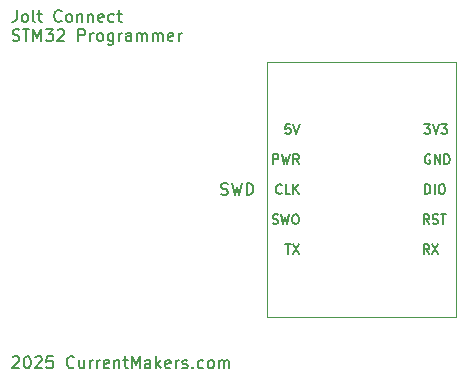
<source format=gto>
%TF.GenerationSoftware,KiCad,Pcbnew,9.0.4+dfsg-1*%
%TF.CreationDate,2025-10-02T08:58:53+08:00*%
%TF.ProjectId,cover,636f7665-722e-46b6-9963-61645f706362,b*%
%TF.SameCoordinates,Original*%
%TF.FileFunction,Legend,Top*%
%TF.FilePolarity,Positive*%
%FSLAX45Y45*%
G04 Gerber Fmt 4.5, Leading zero omitted, Abs format (unit mm)*
G04 Created by KiCad (PCBNEW 9.0.4+dfsg-1) date 2025-10-02 08:58:53*
%MOMM*%
%LPD*%
G01*
G04 APERTURE LIST*
%ADD10C,0.120000*%
%ADD11C,0.150000*%
G04 APERTURE END LIST*
D10*
X12979400Y-9969500D02*
X14224000Y-9969500D01*
X14224000Y-7810500D02*
X14579600Y-7810500D01*
X12979400Y-7810500D02*
X14224000Y-7810500D01*
X14579600Y-9969500D02*
X14224000Y-9969500D01*
X12979400Y-7810500D02*
X12979400Y-9969500D01*
X14579600Y-7810500D02*
X14579600Y-9969500D01*
D11*
X10857249Y-7369982D02*
X10857249Y-7441410D01*
X10857249Y-7441410D02*
X10852487Y-7455696D01*
X10852487Y-7455696D02*
X10842964Y-7465220D01*
X10842964Y-7465220D02*
X10828678Y-7469982D01*
X10828678Y-7469982D02*
X10819154Y-7469982D01*
X10919154Y-7469982D02*
X10909630Y-7465220D01*
X10909630Y-7465220D02*
X10904868Y-7460458D01*
X10904868Y-7460458D02*
X10900107Y-7450934D01*
X10900107Y-7450934D02*
X10900107Y-7422363D01*
X10900107Y-7422363D02*
X10904868Y-7412839D01*
X10904868Y-7412839D02*
X10909630Y-7408077D01*
X10909630Y-7408077D02*
X10919154Y-7403315D01*
X10919154Y-7403315D02*
X10933440Y-7403315D01*
X10933440Y-7403315D02*
X10942964Y-7408077D01*
X10942964Y-7408077D02*
X10947726Y-7412839D01*
X10947726Y-7412839D02*
X10952487Y-7422363D01*
X10952487Y-7422363D02*
X10952487Y-7450934D01*
X10952487Y-7450934D02*
X10947726Y-7460458D01*
X10947726Y-7460458D02*
X10942964Y-7465220D01*
X10942964Y-7465220D02*
X10933440Y-7469982D01*
X10933440Y-7469982D02*
X10919154Y-7469982D01*
X11009630Y-7469982D02*
X11000107Y-7465220D01*
X11000107Y-7465220D02*
X10995345Y-7455696D01*
X10995345Y-7455696D02*
X10995345Y-7369982D01*
X11033440Y-7403315D02*
X11071535Y-7403315D01*
X11047726Y-7369982D02*
X11047726Y-7455696D01*
X11047726Y-7455696D02*
X11052488Y-7465220D01*
X11052488Y-7465220D02*
X11062011Y-7469982D01*
X11062011Y-7469982D02*
X11071535Y-7469982D01*
X11238202Y-7460458D02*
X11233440Y-7465220D01*
X11233440Y-7465220D02*
X11219154Y-7469982D01*
X11219154Y-7469982D02*
X11209630Y-7469982D01*
X11209630Y-7469982D02*
X11195345Y-7465220D01*
X11195345Y-7465220D02*
X11185821Y-7455696D01*
X11185821Y-7455696D02*
X11181059Y-7446172D01*
X11181059Y-7446172D02*
X11176297Y-7427125D01*
X11176297Y-7427125D02*
X11176297Y-7412839D01*
X11176297Y-7412839D02*
X11181059Y-7393791D01*
X11181059Y-7393791D02*
X11185821Y-7384268D01*
X11185821Y-7384268D02*
X11195345Y-7374744D01*
X11195345Y-7374744D02*
X11209630Y-7369982D01*
X11209630Y-7369982D02*
X11219154Y-7369982D01*
X11219154Y-7369982D02*
X11233440Y-7374744D01*
X11233440Y-7374744D02*
X11238202Y-7379506D01*
X11295345Y-7469982D02*
X11285821Y-7465220D01*
X11285821Y-7465220D02*
X11281059Y-7460458D01*
X11281059Y-7460458D02*
X11276297Y-7450934D01*
X11276297Y-7450934D02*
X11276297Y-7422363D01*
X11276297Y-7422363D02*
X11281059Y-7412839D01*
X11281059Y-7412839D02*
X11285821Y-7408077D01*
X11285821Y-7408077D02*
X11295345Y-7403315D01*
X11295345Y-7403315D02*
X11309630Y-7403315D01*
X11309630Y-7403315D02*
X11319154Y-7408077D01*
X11319154Y-7408077D02*
X11323916Y-7412839D01*
X11323916Y-7412839D02*
X11328678Y-7422363D01*
X11328678Y-7422363D02*
X11328678Y-7450934D01*
X11328678Y-7450934D02*
X11323916Y-7460458D01*
X11323916Y-7460458D02*
X11319154Y-7465220D01*
X11319154Y-7465220D02*
X11309630Y-7469982D01*
X11309630Y-7469982D02*
X11295345Y-7469982D01*
X11371535Y-7403315D02*
X11371535Y-7469982D01*
X11371535Y-7412839D02*
X11376297Y-7408077D01*
X11376297Y-7408077D02*
X11385821Y-7403315D01*
X11385821Y-7403315D02*
X11400107Y-7403315D01*
X11400107Y-7403315D02*
X11409630Y-7408077D01*
X11409630Y-7408077D02*
X11414392Y-7417601D01*
X11414392Y-7417601D02*
X11414392Y-7469982D01*
X11462011Y-7403315D02*
X11462011Y-7469982D01*
X11462011Y-7412839D02*
X11466773Y-7408077D01*
X11466773Y-7408077D02*
X11476297Y-7403315D01*
X11476297Y-7403315D02*
X11490583Y-7403315D01*
X11490583Y-7403315D02*
X11500107Y-7408077D01*
X11500107Y-7408077D02*
X11504868Y-7417601D01*
X11504868Y-7417601D02*
X11504868Y-7469982D01*
X11590583Y-7465220D02*
X11581059Y-7469982D01*
X11581059Y-7469982D02*
X11562011Y-7469982D01*
X11562011Y-7469982D02*
X11552488Y-7465220D01*
X11552488Y-7465220D02*
X11547726Y-7455696D01*
X11547726Y-7455696D02*
X11547726Y-7417601D01*
X11547726Y-7417601D02*
X11552488Y-7408077D01*
X11552488Y-7408077D02*
X11562011Y-7403315D01*
X11562011Y-7403315D02*
X11581059Y-7403315D01*
X11581059Y-7403315D02*
X11590583Y-7408077D01*
X11590583Y-7408077D02*
X11595345Y-7417601D01*
X11595345Y-7417601D02*
X11595345Y-7427125D01*
X11595345Y-7427125D02*
X11547726Y-7436648D01*
X11681059Y-7465220D02*
X11671535Y-7469982D01*
X11671535Y-7469982D02*
X11652488Y-7469982D01*
X11652488Y-7469982D02*
X11642964Y-7465220D01*
X11642964Y-7465220D02*
X11638202Y-7460458D01*
X11638202Y-7460458D02*
X11633440Y-7450934D01*
X11633440Y-7450934D02*
X11633440Y-7422363D01*
X11633440Y-7422363D02*
X11638202Y-7412839D01*
X11638202Y-7412839D02*
X11642964Y-7408077D01*
X11642964Y-7408077D02*
X11652488Y-7403315D01*
X11652488Y-7403315D02*
X11671535Y-7403315D01*
X11671535Y-7403315D02*
X11681059Y-7408077D01*
X11709630Y-7403315D02*
X11747726Y-7403315D01*
X11723916Y-7369982D02*
X11723916Y-7455696D01*
X11723916Y-7455696D02*
X11728678Y-7465220D01*
X11728678Y-7465220D02*
X11738202Y-7469982D01*
X11738202Y-7469982D02*
X11747726Y-7469982D01*
X10823916Y-7626214D02*
X10838202Y-7630976D01*
X10838202Y-7630976D02*
X10862011Y-7630976D01*
X10862011Y-7630976D02*
X10871535Y-7626214D01*
X10871535Y-7626214D02*
X10876297Y-7621452D01*
X10876297Y-7621452D02*
X10881059Y-7611929D01*
X10881059Y-7611929D02*
X10881059Y-7602405D01*
X10881059Y-7602405D02*
X10876297Y-7592881D01*
X10876297Y-7592881D02*
X10871535Y-7588119D01*
X10871535Y-7588119D02*
X10862011Y-7583357D01*
X10862011Y-7583357D02*
X10842964Y-7578595D01*
X10842964Y-7578595D02*
X10833440Y-7573833D01*
X10833440Y-7573833D02*
X10828678Y-7569071D01*
X10828678Y-7569071D02*
X10823916Y-7559548D01*
X10823916Y-7559548D02*
X10823916Y-7550024D01*
X10823916Y-7550024D02*
X10828678Y-7540500D01*
X10828678Y-7540500D02*
X10833440Y-7535738D01*
X10833440Y-7535738D02*
X10842964Y-7530976D01*
X10842964Y-7530976D02*
X10866773Y-7530976D01*
X10866773Y-7530976D02*
X10881059Y-7535738D01*
X10909630Y-7530976D02*
X10966773Y-7530976D01*
X10938202Y-7630976D02*
X10938202Y-7530976D01*
X11000107Y-7630976D02*
X11000107Y-7530976D01*
X11000107Y-7530976D02*
X11033440Y-7602405D01*
X11033440Y-7602405D02*
X11066773Y-7530976D01*
X11066773Y-7530976D02*
X11066773Y-7630976D01*
X11104868Y-7530976D02*
X11166773Y-7530976D01*
X11166773Y-7530976D02*
X11133440Y-7569071D01*
X11133440Y-7569071D02*
X11147726Y-7569071D01*
X11147726Y-7569071D02*
X11157249Y-7573833D01*
X11157249Y-7573833D02*
X11162011Y-7578595D01*
X11162011Y-7578595D02*
X11166773Y-7588119D01*
X11166773Y-7588119D02*
X11166773Y-7611929D01*
X11166773Y-7611929D02*
X11162011Y-7621452D01*
X11162011Y-7621452D02*
X11157249Y-7626214D01*
X11157249Y-7626214D02*
X11147726Y-7630976D01*
X11147726Y-7630976D02*
X11119154Y-7630976D01*
X11119154Y-7630976D02*
X11109630Y-7626214D01*
X11109630Y-7626214D02*
X11104868Y-7621452D01*
X11204868Y-7540500D02*
X11209630Y-7535738D01*
X11209630Y-7535738D02*
X11219154Y-7530976D01*
X11219154Y-7530976D02*
X11242964Y-7530976D01*
X11242964Y-7530976D02*
X11252487Y-7535738D01*
X11252487Y-7535738D02*
X11257249Y-7540500D01*
X11257249Y-7540500D02*
X11262011Y-7550024D01*
X11262011Y-7550024D02*
X11262011Y-7559548D01*
X11262011Y-7559548D02*
X11257249Y-7573833D01*
X11257249Y-7573833D02*
X11200106Y-7630976D01*
X11200106Y-7630976D02*
X11262011Y-7630976D01*
X11381059Y-7630976D02*
X11381059Y-7530976D01*
X11381059Y-7530976D02*
X11419154Y-7530976D01*
X11419154Y-7530976D02*
X11428678Y-7535738D01*
X11428678Y-7535738D02*
X11433440Y-7540500D01*
X11433440Y-7540500D02*
X11438202Y-7550024D01*
X11438202Y-7550024D02*
X11438202Y-7564310D01*
X11438202Y-7564310D02*
X11433440Y-7573833D01*
X11433440Y-7573833D02*
X11428678Y-7578595D01*
X11428678Y-7578595D02*
X11419154Y-7583357D01*
X11419154Y-7583357D02*
X11381059Y-7583357D01*
X11481059Y-7630976D02*
X11481059Y-7564310D01*
X11481059Y-7583357D02*
X11485821Y-7573833D01*
X11485821Y-7573833D02*
X11490583Y-7569071D01*
X11490583Y-7569071D02*
X11500106Y-7564310D01*
X11500106Y-7564310D02*
X11509630Y-7564310D01*
X11557249Y-7630976D02*
X11547726Y-7626214D01*
X11547726Y-7626214D02*
X11542964Y-7621452D01*
X11542964Y-7621452D02*
X11538202Y-7611929D01*
X11538202Y-7611929D02*
X11538202Y-7583357D01*
X11538202Y-7583357D02*
X11542964Y-7573833D01*
X11542964Y-7573833D02*
X11547726Y-7569071D01*
X11547726Y-7569071D02*
X11557249Y-7564310D01*
X11557249Y-7564310D02*
X11571535Y-7564310D01*
X11571535Y-7564310D02*
X11581059Y-7569071D01*
X11581059Y-7569071D02*
X11585821Y-7573833D01*
X11585821Y-7573833D02*
X11590583Y-7583357D01*
X11590583Y-7583357D02*
X11590583Y-7611929D01*
X11590583Y-7611929D02*
X11585821Y-7621452D01*
X11585821Y-7621452D02*
X11581059Y-7626214D01*
X11581059Y-7626214D02*
X11571535Y-7630976D01*
X11571535Y-7630976D02*
X11557249Y-7630976D01*
X11676297Y-7564310D02*
X11676297Y-7645262D01*
X11676297Y-7645262D02*
X11671535Y-7654786D01*
X11671535Y-7654786D02*
X11666773Y-7659548D01*
X11666773Y-7659548D02*
X11657249Y-7664310D01*
X11657249Y-7664310D02*
X11642964Y-7664310D01*
X11642964Y-7664310D02*
X11633440Y-7659548D01*
X11676297Y-7626214D02*
X11666773Y-7630976D01*
X11666773Y-7630976D02*
X11647726Y-7630976D01*
X11647726Y-7630976D02*
X11638202Y-7626214D01*
X11638202Y-7626214D02*
X11633440Y-7621452D01*
X11633440Y-7621452D02*
X11628678Y-7611929D01*
X11628678Y-7611929D02*
X11628678Y-7583357D01*
X11628678Y-7583357D02*
X11633440Y-7573833D01*
X11633440Y-7573833D02*
X11638202Y-7569071D01*
X11638202Y-7569071D02*
X11647726Y-7564310D01*
X11647726Y-7564310D02*
X11666773Y-7564310D01*
X11666773Y-7564310D02*
X11676297Y-7569071D01*
X11723916Y-7630976D02*
X11723916Y-7564310D01*
X11723916Y-7583357D02*
X11728678Y-7573833D01*
X11728678Y-7573833D02*
X11733440Y-7569071D01*
X11733440Y-7569071D02*
X11742964Y-7564310D01*
X11742964Y-7564310D02*
X11752487Y-7564310D01*
X11828678Y-7630976D02*
X11828678Y-7578595D01*
X11828678Y-7578595D02*
X11823916Y-7569071D01*
X11823916Y-7569071D02*
X11814392Y-7564310D01*
X11814392Y-7564310D02*
X11795345Y-7564310D01*
X11795345Y-7564310D02*
X11785821Y-7569071D01*
X11828678Y-7626214D02*
X11819154Y-7630976D01*
X11819154Y-7630976D02*
X11795345Y-7630976D01*
X11795345Y-7630976D02*
X11785821Y-7626214D01*
X11785821Y-7626214D02*
X11781059Y-7616690D01*
X11781059Y-7616690D02*
X11781059Y-7607167D01*
X11781059Y-7607167D02*
X11785821Y-7597643D01*
X11785821Y-7597643D02*
X11795345Y-7592881D01*
X11795345Y-7592881D02*
X11819154Y-7592881D01*
X11819154Y-7592881D02*
X11828678Y-7588119D01*
X11876297Y-7630976D02*
X11876297Y-7564310D01*
X11876297Y-7573833D02*
X11881059Y-7569071D01*
X11881059Y-7569071D02*
X11890583Y-7564310D01*
X11890583Y-7564310D02*
X11904868Y-7564310D01*
X11904868Y-7564310D02*
X11914392Y-7569071D01*
X11914392Y-7569071D02*
X11919154Y-7578595D01*
X11919154Y-7578595D02*
X11919154Y-7630976D01*
X11919154Y-7578595D02*
X11923916Y-7569071D01*
X11923916Y-7569071D02*
X11933440Y-7564310D01*
X11933440Y-7564310D02*
X11947726Y-7564310D01*
X11947726Y-7564310D02*
X11957249Y-7569071D01*
X11957249Y-7569071D02*
X11962011Y-7578595D01*
X11962011Y-7578595D02*
X11962011Y-7630976D01*
X12009630Y-7630976D02*
X12009630Y-7564310D01*
X12009630Y-7573833D02*
X12014392Y-7569071D01*
X12014392Y-7569071D02*
X12023916Y-7564310D01*
X12023916Y-7564310D02*
X12038202Y-7564310D01*
X12038202Y-7564310D02*
X12047726Y-7569071D01*
X12047726Y-7569071D02*
X12052487Y-7578595D01*
X12052487Y-7578595D02*
X12052487Y-7630976D01*
X12052487Y-7578595D02*
X12057249Y-7569071D01*
X12057249Y-7569071D02*
X12066773Y-7564310D01*
X12066773Y-7564310D02*
X12081059Y-7564310D01*
X12081059Y-7564310D02*
X12090583Y-7569071D01*
X12090583Y-7569071D02*
X12095345Y-7578595D01*
X12095345Y-7578595D02*
X12095345Y-7630976D01*
X12181059Y-7626214D02*
X12171535Y-7630976D01*
X12171535Y-7630976D02*
X12152487Y-7630976D01*
X12152487Y-7630976D02*
X12142964Y-7626214D01*
X12142964Y-7626214D02*
X12138202Y-7616690D01*
X12138202Y-7616690D02*
X12138202Y-7578595D01*
X12138202Y-7578595D02*
X12142964Y-7569071D01*
X12142964Y-7569071D02*
X12152487Y-7564310D01*
X12152487Y-7564310D02*
X12171535Y-7564310D01*
X12171535Y-7564310D02*
X12181059Y-7569071D01*
X12181059Y-7569071D02*
X12185821Y-7578595D01*
X12185821Y-7578595D02*
X12185821Y-7588119D01*
X12185821Y-7588119D02*
X12138202Y-7597643D01*
X12228678Y-7630976D02*
X12228678Y-7564310D01*
X12228678Y-7583357D02*
X12233440Y-7573833D01*
X12233440Y-7573833D02*
X12238202Y-7569071D01*
X12238202Y-7569071D02*
X12247726Y-7564310D01*
X12247726Y-7564310D02*
X12257249Y-7564310D01*
X13101632Y-8918610D02*
X13097822Y-8922420D01*
X13097822Y-8922420D02*
X13086393Y-8926230D01*
X13086393Y-8926230D02*
X13078774Y-8926230D01*
X13078774Y-8926230D02*
X13067346Y-8922420D01*
X13067346Y-8922420D02*
X13059727Y-8914801D01*
X13059727Y-8914801D02*
X13055917Y-8907182D01*
X13055917Y-8907182D02*
X13052108Y-8891944D01*
X13052108Y-8891944D02*
X13052108Y-8880515D01*
X13052108Y-8880515D02*
X13055917Y-8865277D01*
X13055917Y-8865277D02*
X13059727Y-8857658D01*
X13059727Y-8857658D02*
X13067346Y-8850039D01*
X13067346Y-8850039D02*
X13078774Y-8846230D01*
X13078774Y-8846230D02*
X13086393Y-8846230D01*
X13086393Y-8846230D02*
X13097822Y-8850039D01*
X13097822Y-8850039D02*
X13101632Y-8853849D01*
X13174012Y-8926230D02*
X13135917Y-8926230D01*
X13135917Y-8926230D02*
X13135917Y-8846230D01*
X13200679Y-8926230D02*
X13200679Y-8846230D01*
X13246393Y-8926230D02*
X13212108Y-8880515D01*
X13246393Y-8846230D02*
X13200679Y-8891944D01*
X13025441Y-9176420D02*
X13036870Y-9180230D01*
X13036870Y-9180230D02*
X13055917Y-9180230D01*
X13055917Y-9180230D02*
X13063536Y-9176420D01*
X13063536Y-9176420D02*
X13067346Y-9172610D01*
X13067346Y-9172610D02*
X13071155Y-9164991D01*
X13071155Y-9164991D02*
X13071155Y-9157372D01*
X13071155Y-9157372D02*
X13067346Y-9149753D01*
X13067346Y-9149753D02*
X13063536Y-9145944D01*
X13063536Y-9145944D02*
X13055917Y-9142134D01*
X13055917Y-9142134D02*
X13040679Y-9138325D01*
X13040679Y-9138325D02*
X13033060Y-9134515D01*
X13033060Y-9134515D02*
X13029251Y-9130706D01*
X13029251Y-9130706D02*
X13025441Y-9123087D01*
X13025441Y-9123087D02*
X13025441Y-9115468D01*
X13025441Y-9115468D02*
X13029251Y-9107849D01*
X13029251Y-9107849D02*
X13033060Y-9104039D01*
X13033060Y-9104039D02*
X13040679Y-9100230D01*
X13040679Y-9100230D02*
X13059727Y-9100230D01*
X13059727Y-9100230D02*
X13071155Y-9104039D01*
X13097822Y-9100230D02*
X13116870Y-9180230D01*
X13116870Y-9180230D02*
X13132108Y-9123087D01*
X13132108Y-9123087D02*
X13147346Y-9180230D01*
X13147346Y-9180230D02*
X13166393Y-9100230D01*
X13212108Y-9100230D02*
X13227346Y-9100230D01*
X13227346Y-9100230D02*
X13234965Y-9104039D01*
X13234965Y-9104039D02*
X13242584Y-9111658D01*
X13242584Y-9111658D02*
X13246393Y-9126896D01*
X13246393Y-9126896D02*
X13246393Y-9153563D01*
X13246393Y-9153563D02*
X13242584Y-9168801D01*
X13242584Y-9168801D02*
X13234965Y-9176420D01*
X13234965Y-9176420D02*
X13227346Y-9180230D01*
X13227346Y-9180230D02*
X13212108Y-9180230D01*
X13212108Y-9180230D02*
X13204489Y-9176420D01*
X13204489Y-9176420D02*
X13196870Y-9168801D01*
X13196870Y-9168801D02*
X13193060Y-9153563D01*
X13193060Y-9153563D02*
X13193060Y-9126896D01*
X13193060Y-9126896D02*
X13196870Y-9111658D01*
X13196870Y-9111658D02*
X13204489Y-9104039D01*
X13204489Y-9104039D02*
X13212108Y-9100230D01*
X13174012Y-8338229D02*
X13135917Y-8338229D01*
X13135917Y-8338229D02*
X13132108Y-8376325D01*
X13132108Y-8376325D02*
X13135917Y-8372515D01*
X13135917Y-8372515D02*
X13143536Y-8368706D01*
X13143536Y-8368706D02*
X13162584Y-8368706D01*
X13162584Y-8368706D02*
X13170203Y-8372515D01*
X13170203Y-8372515D02*
X13174012Y-8376325D01*
X13174012Y-8376325D02*
X13177822Y-8383944D01*
X13177822Y-8383944D02*
X13177822Y-8402991D01*
X13177822Y-8402991D02*
X13174012Y-8410610D01*
X13174012Y-8410610D02*
X13170203Y-8414420D01*
X13170203Y-8414420D02*
X13162584Y-8418230D01*
X13162584Y-8418230D02*
X13143536Y-8418230D01*
X13143536Y-8418230D02*
X13135917Y-8414420D01*
X13135917Y-8414420D02*
X13132108Y-8410610D01*
X13200679Y-8338229D02*
X13227346Y-8418230D01*
X13227346Y-8418230D02*
X13254012Y-8338229D01*
X14349430Y-9434230D02*
X14322764Y-9396134D01*
X14303716Y-9434230D02*
X14303716Y-9354230D01*
X14303716Y-9354230D02*
X14334192Y-9354230D01*
X14334192Y-9354230D02*
X14341811Y-9358039D01*
X14341811Y-9358039D02*
X14345621Y-9361849D01*
X14345621Y-9361849D02*
X14349430Y-9369468D01*
X14349430Y-9369468D02*
X14349430Y-9380896D01*
X14349430Y-9380896D02*
X14345621Y-9388515D01*
X14345621Y-9388515D02*
X14341811Y-9392325D01*
X14341811Y-9392325D02*
X14334192Y-9396134D01*
X14334192Y-9396134D02*
X14303716Y-9396134D01*
X14376097Y-9354230D02*
X14429430Y-9434230D01*
X14429430Y-9354230D02*
X14376097Y-9434230D01*
X14349430Y-9180230D02*
X14322764Y-9142134D01*
X14303716Y-9180230D02*
X14303716Y-9100230D01*
X14303716Y-9100230D02*
X14334192Y-9100230D01*
X14334192Y-9100230D02*
X14341811Y-9104039D01*
X14341811Y-9104039D02*
X14345621Y-9107849D01*
X14345621Y-9107849D02*
X14349430Y-9115468D01*
X14349430Y-9115468D02*
X14349430Y-9126896D01*
X14349430Y-9126896D02*
X14345621Y-9134515D01*
X14345621Y-9134515D02*
X14341811Y-9138325D01*
X14341811Y-9138325D02*
X14334192Y-9142134D01*
X14334192Y-9142134D02*
X14303716Y-9142134D01*
X14379906Y-9176420D02*
X14391335Y-9180230D01*
X14391335Y-9180230D02*
X14410383Y-9180230D01*
X14410383Y-9180230D02*
X14418002Y-9176420D01*
X14418002Y-9176420D02*
X14421811Y-9172610D01*
X14421811Y-9172610D02*
X14425621Y-9164991D01*
X14425621Y-9164991D02*
X14425621Y-9157372D01*
X14425621Y-9157372D02*
X14421811Y-9149753D01*
X14421811Y-9149753D02*
X14418002Y-9145944D01*
X14418002Y-9145944D02*
X14410383Y-9142134D01*
X14410383Y-9142134D02*
X14395144Y-9138325D01*
X14395144Y-9138325D02*
X14387525Y-9134515D01*
X14387525Y-9134515D02*
X14383716Y-9130706D01*
X14383716Y-9130706D02*
X14379906Y-9123087D01*
X14379906Y-9123087D02*
X14379906Y-9115468D01*
X14379906Y-9115468D02*
X14383716Y-9107849D01*
X14383716Y-9107849D02*
X14387525Y-9104039D01*
X14387525Y-9104039D02*
X14395144Y-9100230D01*
X14395144Y-9100230D02*
X14414192Y-9100230D01*
X14414192Y-9100230D02*
X14425621Y-9104039D01*
X14448478Y-9100230D02*
X14494192Y-9100230D01*
X14471335Y-9180230D02*
X14471335Y-9100230D01*
X12590155Y-8930720D02*
X12604441Y-8935482D01*
X12604441Y-8935482D02*
X12628251Y-8935482D01*
X12628251Y-8935482D02*
X12637774Y-8930720D01*
X12637774Y-8930720D02*
X12642536Y-8925958D01*
X12642536Y-8925958D02*
X12647298Y-8916434D01*
X12647298Y-8916434D02*
X12647298Y-8906910D01*
X12647298Y-8906910D02*
X12642536Y-8897387D01*
X12642536Y-8897387D02*
X12637774Y-8892625D01*
X12637774Y-8892625D02*
X12628251Y-8887863D01*
X12628251Y-8887863D02*
X12609203Y-8883101D01*
X12609203Y-8883101D02*
X12599679Y-8878339D01*
X12599679Y-8878339D02*
X12594917Y-8873577D01*
X12594917Y-8873577D02*
X12590155Y-8864053D01*
X12590155Y-8864053D02*
X12590155Y-8854530D01*
X12590155Y-8854530D02*
X12594917Y-8845006D01*
X12594917Y-8845006D02*
X12599679Y-8840244D01*
X12599679Y-8840244D02*
X12609203Y-8835482D01*
X12609203Y-8835482D02*
X12633012Y-8835482D01*
X12633012Y-8835482D02*
X12647298Y-8840244D01*
X12680632Y-8835482D02*
X12704441Y-8935482D01*
X12704441Y-8935482D02*
X12723489Y-8864053D01*
X12723489Y-8864053D02*
X12742536Y-8935482D01*
X12742536Y-8935482D02*
X12766346Y-8835482D01*
X12804441Y-8935482D02*
X12804441Y-8835482D01*
X12804441Y-8835482D02*
X12828251Y-8835482D01*
X12828251Y-8835482D02*
X12842536Y-8840244D01*
X12842536Y-8840244D02*
X12852060Y-8849768D01*
X12852060Y-8849768D02*
X12856822Y-8859291D01*
X12856822Y-8859291D02*
X12861584Y-8878339D01*
X12861584Y-8878339D02*
X12861584Y-8892625D01*
X12861584Y-8892625D02*
X12856822Y-8911672D01*
X12856822Y-8911672D02*
X12852060Y-8921196D01*
X12852060Y-8921196D02*
X12842536Y-8930720D01*
X12842536Y-8930720D02*
X12828251Y-8935482D01*
X12828251Y-8935482D02*
X12804441Y-8935482D01*
X10823916Y-10310506D02*
X10828678Y-10305744D01*
X10828678Y-10305744D02*
X10838202Y-10300982D01*
X10838202Y-10300982D02*
X10862011Y-10300982D01*
X10862011Y-10300982D02*
X10871535Y-10305744D01*
X10871535Y-10305744D02*
X10876297Y-10310506D01*
X10876297Y-10310506D02*
X10881059Y-10320030D01*
X10881059Y-10320030D02*
X10881059Y-10329553D01*
X10881059Y-10329553D02*
X10876297Y-10343839D01*
X10876297Y-10343839D02*
X10819154Y-10400982D01*
X10819154Y-10400982D02*
X10881059Y-10400982D01*
X10942964Y-10300982D02*
X10952487Y-10300982D01*
X10952487Y-10300982D02*
X10962011Y-10305744D01*
X10962011Y-10305744D02*
X10966773Y-10310506D01*
X10966773Y-10310506D02*
X10971535Y-10320030D01*
X10971535Y-10320030D02*
X10976297Y-10339077D01*
X10976297Y-10339077D02*
X10976297Y-10362887D01*
X10976297Y-10362887D02*
X10971535Y-10381934D01*
X10971535Y-10381934D02*
X10966773Y-10391458D01*
X10966773Y-10391458D02*
X10962011Y-10396220D01*
X10962011Y-10396220D02*
X10952487Y-10400982D01*
X10952487Y-10400982D02*
X10942964Y-10400982D01*
X10942964Y-10400982D02*
X10933440Y-10396220D01*
X10933440Y-10396220D02*
X10928678Y-10391458D01*
X10928678Y-10391458D02*
X10923916Y-10381934D01*
X10923916Y-10381934D02*
X10919154Y-10362887D01*
X10919154Y-10362887D02*
X10919154Y-10339077D01*
X10919154Y-10339077D02*
X10923916Y-10320030D01*
X10923916Y-10320030D02*
X10928678Y-10310506D01*
X10928678Y-10310506D02*
X10933440Y-10305744D01*
X10933440Y-10305744D02*
X10942964Y-10300982D01*
X11014392Y-10310506D02*
X11019154Y-10305744D01*
X11019154Y-10305744D02*
X11028678Y-10300982D01*
X11028678Y-10300982D02*
X11052487Y-10300982D01*
X11052487Y-10300982D02*
X11062011Y-10305744D01*
X11062011Y-10305744D02*
X11066773Y-10310506D01*
X11066773Y-10310506D02*
X11071535Y-10320030D01*
X11071535Y-10320030D02*
X11071535Y-10329553D01*
X11071535Y-10329553D02*
X11066773Y-10343839D01*
X11066773Y-10343839D02*
X11009630Y-10400982D01*
X11009630Y-10400982D02*
X11071535Y-10400982D01*
X11162011Y-10300982D02*
X11114392Y-10300982D01*
X11114392Y-10300982D02*
X11109630Y-10348601D01*
X11109630Y-10348601D02*
X11114392Y-10343839D01*
X11114392Y-10343839D02*
X11123916Y-10339077D01*
X11123916Y-10339077D02*
X11147726Y-10339077D01*
X11147726Y-10339077D02*
X11157249Y-10343839D01*
X11157249Y-10343839D02*
X11162011Y-10348601D01*
X11162011Y-10348601D02*
X11166773Y-10358125D01*
X11166773Y-10358125D02*
X11166773Y-10381934D01*
X11166773Y-10381934D02*
X11162011Y-10391458D01*
X11162011Y-10391458D02*
X11157249Y-10396220D01*
X11157249Y-10396220D02*
X11147726Y-10400982D01*
X11147726Y-10400982D02*
X11123916Y-10400982D01*
X11123916Y-10400982D02*
X11114392Y-10396220D01*
X11114392Y-10396220D02*
X11109630Y-10391458D01*
X11342964Y-10391458D02*
X11338202Y-10396220D01*
X11338202Y-10396220D02*
X11323916Y-10400982D01*
X11323916Y-10400982D02*
X11314392Y-10400982D01*
X11314392Y-10400982D02*
X11300106Y-10396220D01*
X11300106Y-10396220D02*
X11290583Y-10386696D01*
X11290583Y-10386696D02*
X11285821Y-10377172D01*
X11285821Y-10377172D02*
X11281059Y-10358125D01*
X11281059Y-10358125D02*
X11281059Y-10343839D01*
X11281059Y-10343839D02*
X11285821Y-10324791D01*
X11285821Y-10324791D02*
X11290583Y-10315268D01*
X11290583Y-10315268D02*
X11300106Y-10305744D01*
X11300106Y-10305744D02*
X11314392Y-10300982D01*
X11314392Y-10300982D02*
X11323916Y-10300982D01*
X11323916Y-10300982D02*
X11338202Y-10305744D01*
X11338202Y-10305744D02*
X11342964Y-10310506D01*
X11428678Y-10334315D02*
X11428678Y-10400982D01*
X11385821Y-10334315D02*
X11385821Y-10386696D01*
X11385821Y-10386696D02*
X11390583Y-10396220D01*
X11390583Y-10396220D02*
X11400106Y-10400982D01*
X11400106Y-10400982D02*
X11414392Y-10400982D01*
X11414392Y-10400982D02*
X11423916Y-10396220D01*
X11423916Y-10396220D02*
X11428678Y-10391458D01*
X11476297Y-10400982D02*
X11476297Y-10334315D01*
X11476297Y-10353363D02*
X11481059Y-10343839D01*
X11481059Y-10343839D02*
X11485821Y-10339077D01*
X11485821Y-10339077D02*
X11495345Y-10334315D01*
X11495345Y-10334315D02*
X11504868Y-10334315D01*
X11538202Y-10400982D02*
X11538202Y-10334315D01*
X11538202Y-10353363D02*
X11542964Y-10343839D01*
X11542964Y-10343839D02*
X11547726Y-10339077D01*
X11547726Y-10339077D02*
X11557249Y-10334315D01*
X11557249Y-10334315D02*
X11566773Y-10334315D01*
X11638202Y-10396220D02*
X11628678Y-10400982D01*
X11628678Y-10400982D02*
X11609630Y-10400982D01*
X11609630Y-10400982D02*
X11600107Y-10396220D01*
X11600107Y-10396220D02*
X11595345Y-10386696D01*
X11595345Y-10386696D02*
X11595345Y-10348601D01*
X11595345Y-10348601D02*
X11600107Y-10339077D01*
X11600107Y-10339077D02*
X11609630Y-10334315D01*
X11609630Y-10334315D02*
X11628678Y-10334315D01*
X11628678Y-10334315D02*
X11638202Y-10339077D01*
X11638202Y-10339077D02*
X11642964Y-10348601D01*
X11642964Y-10348601D02*
X11642964Y-10358125D01*
X11642964Y-10358125D02*
X11595345Y-10367649D01*
X11685821Y-10334315D02*
X11685821Y-10400982D01*
X11685821Y-10343839D02*
X11690583Y-10339077D01*
X11690583Y-10339077D02*
X11700107Y-10334315D01*
X11700107Y-10334315D02*
X11714392Y-10334315D01*
X11714392Y-10334315D02*
X11723916Y-10339077D01*
X11723916Y-10339077D02*
X11728678Y-10348601D01*
X11728678Y-10348601D02*
X11728678Y-10400982D01*
X11762011Y-10334315D02*
X11800107Y-10334315D01*
X11776297Y-10300982D02*
X11776297Y-10386696D01*
X11776297Y-10386696D02*
X11781059Y-10396220D01*
X11781059Y-10396220D02*
X11790583Y-10400982D01*
X11790583Y-10400982D02*
X11800107Y-10400982D01*
X11833440Y-10400982D02*
X11833440Y-10300982D01*
X11833440Y-10300982D02*
X11866773Y-10372410D01*
X11866773Y-10372410D02*
X11900107Y-10300982D01*
X11900107Y-10300982D02*
X11900107Y-10400982D01*
X11990583Y-10400982D02*
X11990583Y-10348601D01*
X11990583Y-10348601D02*
X11985821Y-10339077D01*
X11985821Y-10339077D02*
X11976297Y-10334315D01*
X11976297Y-10334315D02*
X11957249Y-10334315D01*
X11957249Y-10334315D02*
X11947726Y-10339077D01*
X11990583Y-10396220D02*
X11981059Y-10400982D01*
X11981059Y-10400982D02*
X11957249Y-10400982D01*
X11957249Y-10400982D02*
X11947726Y-10396220D01*
X11947726Y-10396220D02*
X11942964Y-10386696D01*
X11942964Y-10386696D02*
X11942964Y-10377172D01*
X11942964Y-10377172D02*
X11947726Y-10367649D01*
X11947726Y-10367649D02*
X11957249Y-10362887D01*
X11957249Y-10362887D02*
X11981059Y-10362887D01*
X11981059Y-10362887D02*
X11990583Y-10358125D01*
X12038202Y-10400982D02*
X12038202Y-10300982D01*
X12047726Y-10362887D02*
X12076297Y-10400982D01*
X12076297Y-10334315D02*
X12038202Y-10372410D01*
X12157249Y-10396220D02*
X12147726Y-10400982D01*
X12147726Y-10400982D02*
X12128678Y-10400982D01*
X12128678Y-10400982D02*
X12119154Y-10396220D01*
X12119154Y-10396220D02*
X12114392Y-10386696D01*
X12114392Y-10386696D02*
X12114392Y-10348601D01*
X12114392Y-10348601D02*
X12119154Y-10339077D01*
X12119154Y-10339077D02*
X12128678Y-10334315D01*
X12128678Y-10334315D02*
X12147726Y-10334315D01*
X12147726Y-10334315D02*
X12157249Y-10339077D01*
X12157249Y-10339077D02*
X12162011Y-10348601D01*
X12162011Y-10348601D02*
X12162011Y-10358125D01*
X12162011Y-10358125D02*
X12114392Y-10367649D01*
X12204869Y-10400982D02*
X12204869Y-10334315D01*
X12204869Y-10353363D02*
X12209630Y-10343839D01*
X12209630Y-10343839D02*
X12214392Y-10339077D01*
X12214392Y-10339077D02*
X12223916Y-10334315D01*
X12223916Y-10334315D02*
X12233440Y-10334315D01*
X12262011Y-10396220D02*
X12271535Y-10400982D01*
X12271535Y-10400982D02*
X12290583Y-10400982D01*
X12290583Y-10400982D02*
X12300107Y-10396220D01*
X12300107Y-10396220D02*
X12304869Y-10386696D01*
X12304869Y-10386696D02*
X12304869Y-10381934D01*
X12304869Y-10381934D02*
X12300107Y-10372410D01*
X12300107Y-10372410D02*
X12290583Y-10367649D01*
X12290583Y-10367649D02*
X12276297Y-10367649D01*
X12276297Y-10367649D02*
X12266773Y-10362887D01*
X12266773Y-10362887D02*
X12262011Y-10353363D01*
X12262011Y-10353363D02*
X12262011Y-10348601D01*
X12262011Y-10348601D02*
X12266773Y-10339077D01*
X12266773Y-10339077D02*
X12276297Y-10334315D01*
X12276297Y-10334315D02*
X12290583Y-10334315D01*
X12290583Y-10334315D02*
X12300107Y-10339077D01*
X12347726Y-10391458D02*
X12352488Y-10396220D01*
X12352488Y-10396220D02*
X12347726Y-10400982D01*
X12347726Y-10400982D02*
X12342964Y-10396220D01*
X12342964Y-10396220D02*
X12347726Y-10391458D01*
X12347726Y-10391458D02*
X12347726Y-10400982D01*
X12438202Y-10396220D02*
X12428678Y-10400982D01*
X12428678Y-10400982D02*
X12409630Y-10400982D01*
X12409630Y-10400982D02*
X12400107Y-10396220D01*
X12400107Y-10396220D02*
X12395345Y-10391458D01*
X12395345Y-10391458D02*
X12390583Y-10381934D01*
X12390583Y-10381934D02*
X12390583Y-10353363D01*
X12390583Y-10353363D02*
X12395345Y-10343839D01*
X12395345Y-10343839D02*
X12400107Y-10339077D01*
X12400107Y-10339077D02*
X12409630Y-10334315D01*
X12409630Y-10334315D02*
X12428678Y-10334315D01*
X12428678Y-10334315D02*
X12438202Y-10339077D01*
X12495345Y-10400982D02*
X12485821Y-10396220D01*
X12485821Y-10396220D02*
X12481059Y-10391458D01*
X12481059Y-10391458D02*
X12476297Y-10381934D01*
X12476297Y-10381934D02*
X12476297Y-10353363D01*
X12476297Y-10353363D02*
X12481059Y-10343839D01*
X12481059Y-10343839D02*
X12485821Y-10339077D01*
X12485821Y-10339077D02*
X12495345Y-10334315D01*
X12495345Y-10334315D02*
X12509630Y-10334315D01*
X12509630Y-10334315D02*
X12519154Y-10339077D01*
X12519154Y-10339077D02*
X12523916Y-10343839D01*
X12523916Y-10343839D02*
X12528678Y-10353363D01*
X12528678Y-10353363D02*
X12528678Y-10381934D01*
X12528678Y-10381934D02*
X12523916Y-10391458D01*
X12523916Y-10391458D02*
X12519154Y-10396220D01*
X12519154Y-10396220D02*
X12509630Y-10400982D01*
X12509630Y-10400982D02*
X12495345Y-10400982D01*
X12571535Y-10400982D02*
X12571535Y-10334315D01*
X12571535Y-10343839D02*
X12576297Y-10339077D01*
X12576297Y-10339077D02*
X12585821Y-10334315D01*
X12585821Y-10334315D02*
X12600107Y-10334315D01*
X12600107Y-10334315D02*
X12609630Y-10339077D01*
X12609630Y-10339077D02*
X12614392Y-10348601D01*
X12614392Y-10348601D02*
X12614392Y-10400982D01*
X12614392Y-10348601D02*
X12619154Y-10339077D01*
X12619154Y-10339077D02*
X12628678Y-10334315D01*
X12628678Y-10334315D02*
X12642964Y-10334315D01*
X12642964Y-10334315D02*
X12652488Y-10339077D01*
X12652488Y-10339077D02*
X12657250Y-10348601D01*
X12657250Y-10348601D02*
X12657250Y-10400982D01*
X14358321Y-8596039D02*
X14350702Y-8592230D01*
X14350702Y-8592230D02*
X14339273Y-8592230D01*
X14339273Y-8592230D02*
X14327844Y-8596039D01*
X14327844Y-8596039D02*
X14320225Y-8603658D01*
X14320225Y-8603658D02*
X14316416Y-8611277D01*
X14316416Y-8611277D02*
X14312606Y-8626515D01*
X14312606Y-8626515D02*
X14312606Y-8637944D01*
X14312606Y-8637944D02*
X14316416Y-8653182D01*
X14316416Y-8653182D02*
X14320225Y-8660801D01*
X14320225Y-8660801D02*
X14327844Y-8668420D01*
X14327844Y-8668420D02*
X14339273Y-8672230D01*
X14339273Y-8672230D02*
X14346892Y-8672230D01*
X14346892Y-8672230D02*
X14358321Y-8668420D01*
X14358321Y-8668420D02*
X14362130Y-8664610D01*
X14362130Y-8664610D02*
X14362130Y-8637944D01*
X14362130Y-8637944D02*
X14346892Y-8637944D01*
X14396416Y-8672230D02*
X14396416Y-8592230D01*
X14396416Y-8592230D02*
X14442130Y-8672230D01*
X14442130Y-8672230D02*
X14442130Y-8592230D01*
X14480225Y-8672230D02*
X14480225Y-8592230D01*
X14480225Y-8592230D02*
X14499273Y-8592230D01*
X14499273Y-8592230D02*
X14510702Y-8596039D01*
X14510702Y-8596039D02*
X14518321Y-8603658D01*
X14518321Y-8603658D02*
X14522130Y-8611277D01*
X14522130Y-8611277D02*
X14525940Y-8626515D01*
X14525940Y-8626515D02*
X14525940Y-8637944D01*
X14525940Y-8637944D02*
X14522130Y-8653182D01*
X14522130Y-8653182D02*
X14518321Y-8660801D01*
X14518321Y-8660801D02*
X14510702Y-8668420D01*
X14510702Y-8668420D02*
X14499273Y-8672230D01*
X14499273Y-8672230D02*
X14480225Y-8672230D01*
X14316416Y-8926230D02*
X14316416Y-8846230D01*
X14316416Y-8846230D02*
X14335464Y-8846230D01*
X14335464Y-8846230D02*
X14346892Y-8850039D01*
X14346892Y-8850039D02*
X14354511Y-8857658D01*
X14354511Y-8857658D02*
X14358321Y-8865277D01*
X14358321Y-8865277D02*
X14362130Y-8880515D01*
X14362130Y-8880515D02*
X14362130Y-8891944D01*
X14362130Y-8891944D02*
X14358321Y-8907182D01*
X14358321Y-8907182D02*
X14354511Y-8914801D01*
X14354511Y-8914801D02*
X14346892Y-8922420D01*
X14346892Y-8922420D02*
X14335464Y-8926230D01*
X14335464Y-8926230D02*
X14316416Y-8926230D01*
X14396416Y-8926230D02*
X14396416Y-8846230D01*
X14449749Y-8846230D02*
X14464987Y-8846230D01*
X14464987Y-8846230D02*
X14472606Y-8850039D01*
X14472606Y-8850039D02*
X14480225Y-8857658D01*
X14480225Y-8857658D02*
X14484035Y-8872896D01*
X14484035Y-8872896D02*
X14484035Y-8899563D01*
X14484035Y-8899563D02*
X14480225Y-8914801D01*
X14480225Y-8914801D02*
X14472606Y-8922420D01*
X14472606Y-8922420D02*
X14464987Y-8926230D01*
X14464987Y-8926230D02*
X14449749Y-8926230D01*
X14449749Y-8926230D02*
X14442130Y-8922420D01*
X14442130Y-8922420D02*
X14434511Y-8914801D01*
X14434511Y-8914801D02*
X14430702Y-8899563D01*
X14430702Y-8899563D02*
X14430702Y-8872896D01*
X14430702Y-8872896D02*
X14434511Y-8857658D01*
X14434511Y-8857658D02*
X14442130Y-8850039D01*
X14442130Y-8850039D02*
X14449749Y-8846230D01*
X13029251Y-8672230D02*
X13029251Y-8592230D01*
X13029251Y-8592230D02*
X13059727Y-8592230D01*
X13059727Y-8592230D02*
X13067346Y-8596039D01*
X13067346Y-8596039D02*
X13071155Y-8599849D01*
X13071155Y-8599849D02*
X13074965Y-8607468D01*
X13074965Y-8607468D02*
X13074965Y-8618896D01*
X13074965Y-8618896D02*
X13071155Y-8626515D01*
X13071155Y-8626515D02*
X13067346Y-8630325D01*
X13067346Y-8630325D02*
X13059727Y-8634134D01*
X13059727Y-8634134D02*
X13029251Y-8634134D01*
X13101631Y-8592230D02*
X13120679Y-8672230D01*
X13120679Y-8672230D02*
X13135917Y-8615087D01*
X13135917Y-8615087D02*
X13151155Y-8672230D01*
X13151155Y-8672230D02*
X13170203Y-8592230D01*
X13246393Y-8672230D02*
X13219727Y-8634134D01*
X13200679Y-8672230D02*
X13200679Y-8592230D01*
X13200679Y-8592230D02*
X13231155Y-8592230D01*
X13231155Y-8592230D02*
X13238774Y-8596039D01*
X13238774Y-8596039D02*
X13242584Y-8599849D01*
X13242584Y-8599849D02*
X13246393Y-8607468D01*
X13246393Y-8607468D02*
X13246393Y-8618896D01*
X13246393Y-8618896D02*
X13242584Y-8626515D01*
X13242584Y-8626515D02*
X13238774Y-8630325D01*
X13238774Y-8630325D02*
X13231155Y-8634134D01*
X13231155Y-8634134D02*
X13200679Y-8634134D01*
X14308797Y-8338229D02*
X14358321Y-8338229D01*
X14358321Y-8338229D02*
X14331654Y-8368706D01*
X14331654Y-8368706D02*
X14343083Y-8368706D01*
X14343083Y-8368706D02*
X14350702Y-8372515D01*
X14350702Y-8372515D02*
X14354511Y-8376325D01*
X14354511Y-8376325D02*
X14358321Y-8383944D01*
X14358321Y-8383944D02*
X14358321Y-8402991D01*
X14358321Y-8402991D02*
X14354511Y-8410610D01*
X14354511Y-8410610D02*
X14350702Y-8414420D01*
X14350702Y-8414420D02*
X14343083Y-8418230D01*
X14343083Y-8418230D02*
X14320225Y-8418230D01*
X14320225Y-8418230D02*
X14312606Y-8414420D01*
X14312606Y-8414420D02*
X14308797Y-8410610D01*
X14381178Y-8338229D02*
X14407845Y-8418230D01*
X14407845Y-8418230D02*
X14434511Y-8338229D01*
X14453559Y-8338229D02*
X14503083Y-8338229D01*
X14503083Y-8338229D02*
X14476416Y-8368706D01*
X14476416Y-8368706D02*
X14487844Y-8368706D01*
X14487844Y-8368706D02*
X14495464Y-8372515D01*
X14495464Y-8372515D02*
X14499273Y-8376325D01*
X14499273Y-8376325D02*
X14503083Y-8383944D01*
X14503083Y-8383944D02*
X14503083Y-8402991D01*
X14503083Y-8402991D02*
X14499273Y-8410610D01*
X14499273Y-8410610D02*
X14495464Y-8414420D01*
X14495464Y-8414420D02*
X14487844Y-8418230D01*
X14487844Y-8418230D02*
X14464987Y-8418230D01*
X14464987Y-8418230D02*
X14457368Y-8414420D01*
X14457368Y-8414420D02*
X14453559Y-8410610D01*
X13132108Y-9354230D02*
X13177822Y-9354230D01*
X13154965Y-9434230D02*
X13154965Y-9354230D01*
X13196870Y-9354230D02*
X13250203Y-9434230D01*
X13250203Y-9354230D02*
X13196870Y-9434230D01*
M02*

</source>
